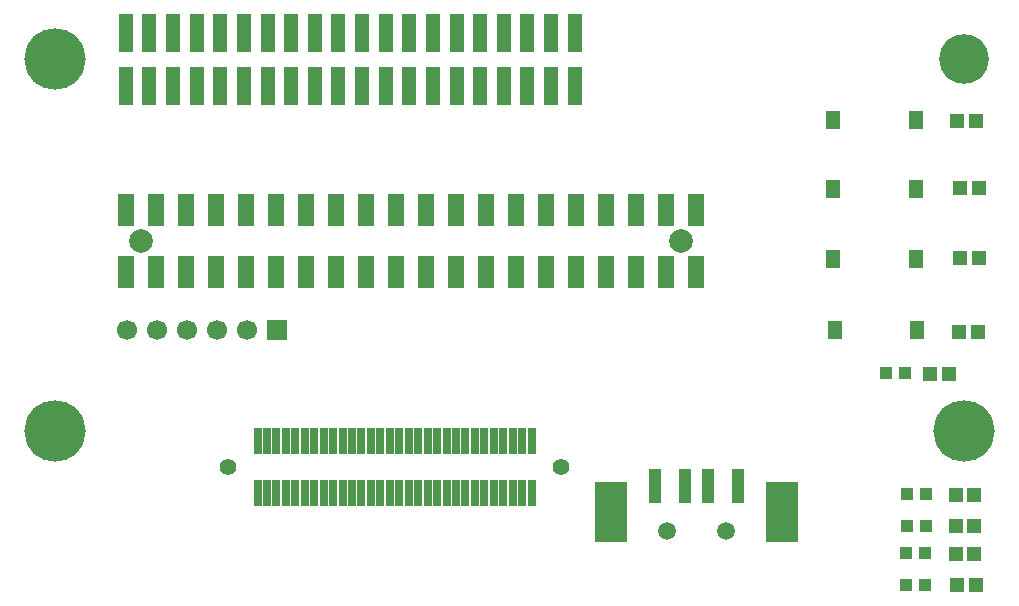
<source format=gts>
%FSTAX24Y24*%
%MOMM*%
%SFA1B1*%

%IPPOS*%
%ADD26C,1.499997*%
%ADD40R,1.399997X2.699995*%
%ADD41R,1.099998X2.999994*%
%ADD42R,2.699995X5.199990*%
%ADD43R,1.199998X1.149998*%
%ADD44R,0.999998X0.999998*%
%ADD45R,1.199998X1.599997*%
%ADD46R,0.699999X2.199996*%
%ADD47R,1.199998X3.199994*%
%ADD48C,1.999996*%
%ADD49R,1.699997X1.699997*%
%ADD50C,1.699997*%
%ADD51C,0.999998*%
%ADD52C,1.399997*%
%ADD53C,5.199990*%
%ADD54C,4.199992*%
%LNio-testing-mezzanine-1*%
%LPD*%
G54D26*
X707999Y200499D03*
X657999D03*
G54D40*
X682599Y419999D03*
Y472599D03*
X657199Y419999D03*
Y472599D03*
X631799Y419999D03*
Y472599D03*
X606399Y419999D03*
Y472599D03*
X580999Y419999D03*
Y472599D03*
X555599Y419999D03*
Y472599D03*
X530199Y419999D03*
Y472599D03*
X504799Y419999D03*
Y472599D03*
X479399Y419999D03*
Y472599D03*
X453999Y419999D03*
Y472599D03*
X428599Y419999D03*
Y472599D03*
X403199Y419999D03*
Y472599D03*
X377799Y419999D03*
Y472599D03*
X352399Y419999D03*
Y472599D03*
X326999Y419999D03*
Y472599D03*
X301599Y419999D03*
Y472599D03*
X276199Y419999D03*
Y472599D03*
X250799Y419999D03*
Y472599D03*
X225399Y419999D03*
Y472599D03*
X199999Y419999D03*
Y472599D03*
G54D41*
X717999Y238999D03*
X692999D03*
X672999D03*
X647999D03*
G54D42*
X610499Y216499D03*
X755499D03*
G54D43*
X903499Y155099D03*
X919499D03*
X902499Y181099D03*
X918499D03*
X880699Y333599D03*
X896699D03*
X902499Y204999D03*
X918499D03*
X906099Y4318D03*
X922099D03*
X902499Y231099D03*
X918499D03*
X905099Y368799D03*
X921099D03*
X906099Y490799D03*
X922099D03*
X904099Y547799D03*
X920099D03*
G54D44*
X860499Y182099D03*
X876499D03*
X861499Y205099D03*
X877499D03*
X861499Y232099D03*
X877499D03*
X843699Y334599D03*
X859699D03*
X876499Y155099D03*
X860499D03*
G54D45*
X870099Y370799D03*
X8001D03*
X869099Y430799D03*
X799099D03*
X869099Y548799D03*
X799099D03*
X869099Y489799D03*
X799099D03*
G54D46*
X311499Y276499D03*
X319499Y232499D03*
X327499D03*
X335499D03*
X343499D03*
X351499D03*
X359499D03*
X367499D03*
X375499D03*
X383499D03*
X391499D03*
X399499D03*
X407499D03*
X415499D03*
X423499D03*
X431499D03*
X439499D03*
X447499D03*
X455499D03*
X463499D03*
X471499D03*
X479499D03*
X487499D03*
X495499D03*
X503499D03*
X511499D03*
X519499D03*
X527499D03*
X535499D03*
X543499D03*
X311499D03*
X319499Y276499D03*
X327499D03*
X335499D03*
X343499D03*
X351499D03*
X359499D03*
X367499D03*
X375499D03*
X383499D03*
X391499D03*
X399499D03*
X407499D03*
X415499D03*
X423499D03*
X431499D03*
X439499D03*
X447499D03*
X455499D03*
X463499D03*
X471499D03*
X479499D03*
X487499D03*
X495499D03*
X503499D03*
X511499D03*
X519499D03*
X527499D03*
X535499D03*
X543499D03*
G54D47*
X579999Y577499D03*
Y622499D03*
X559999Y577499D03*
Y622499D03*
X539999Y577499D03*
Y622499D03*
X519999Y577499D03*
Y622499D03*
X499999Y577499D03*
Y622499D03*
X479999Y577499D03*
Y622499D03*
X459999Y577499D03*
Y622499D03*
X439999Y577499D03*
Y622499D03*
X419999Y577499D03*
Y622499D03*
X399999Y577499D03*
Y622499D03*
X379999Y577499D03*
Y622499D03*
X359999Y577499D03*
Y622499D03*
X339999Y577499D03*
Y622499D03*
X319999Y577499D03*
Y622499D03*
X299999Y577499D03*
Y622499D03*
X279999Y577499D03*
Y622499D03*
X259999Y577499D03*
Y622499D03*
X239999Y577499D03*
Y622499D03*
X219999Y577499D03*
Y622499D03*
X199999Y577499D03*
Y622499D03*
G54D48*
X212699Y446299D03*
X669899Y446099D03*
G54D49*
X327599Y370399D03*
G54D50*
X302199Y370399D03*
X276799D03*
X251399D03*
X225999D03*
X200599D03*
G54D51*
X286499Y254499D03*
X568499D03*
G54D52*
X568499Y254499D03*
X286499D03*
G54D53*
X139999Y599999D03*
X909999Y284999D03*
X139999D03*
G54D54*
X909999Y599999D03*
M02*
</source>
